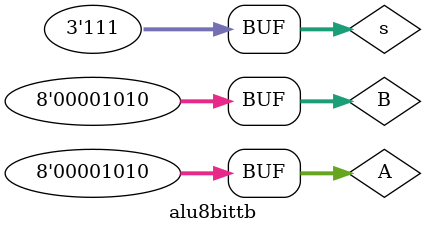
<source format=v>
`timescale 1ns/1ps  

module alu8bittb;

reg [7:0]A,B;
reg [2:0] s;
wire carry;
wire [7:0]y;

alu8bit uut(
    .A(A),
    .B(B),
    .s(s),
    .carry(carry),
    .y(y)
    );


initial begin

$dumpfile("alu8bitout.vcd");
$dumpvars(0,alu8bittb);

$monitor("Time=%0t, A=%0d, B=%0d, s=%b, y=%0d, carry=%b", $time, A, B, s, y, carry);

A=8'd10 ; B=8'd10;
s = 3'b000;
#10;

s = 3'b000; #10;  
s = 3'b001; #10;  
s = 3'b010; #10; 
s = 3'b011; #10;  
s = 3'b100; #10;  
s = 3'b101; #10;  
s = 3'b110; #10;  
s = 3'b111; #10; 

end 
endmodule
</source>
